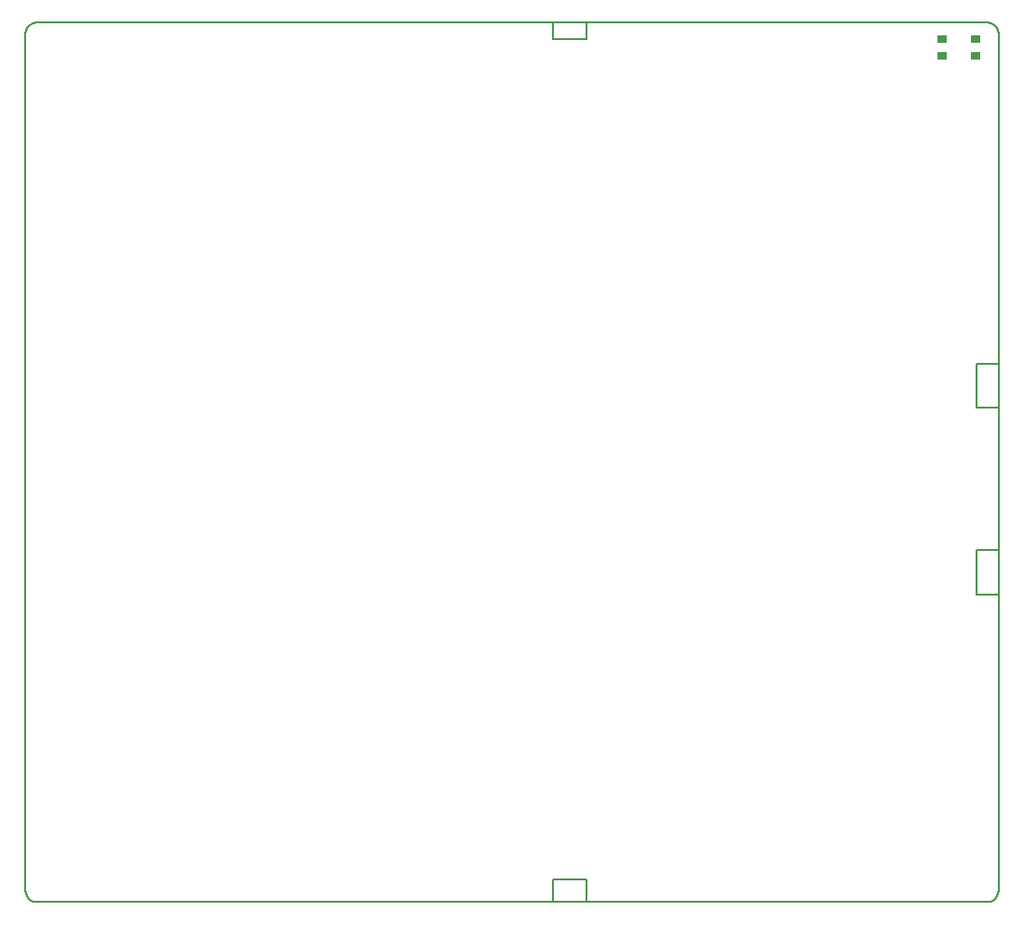
<source format=gbr>
G71*
G90*
G04 Quadcept GERBER*
%MOMM*%
%FSLAX44Y44*%
%ADD10C,0.2*%
%ADD11R,0.85X0.75*%
%ADD12R,0.85X0.75*%
G54D10*
G01X-280000Y-390000D02*
G01X-279659Y-392588D01*
G01X-279659Y-392588D02*
G01X-278660Y-395000D01*
G01X-278660Y-395000D02*
G01X-277071Y-397071D01*
G01X-277071Y-397071D02*
G01X-275000Y-398660D01*
G01X-275000Y-398660D02*
G01X-272588Y-399659D01*
G01X-272588Y-399659D02*
G01X-270000Y-400000D01*
G01X-270000Y-400000D02*
G01X-270000Y-400000D01*
G01X-270000Y-400000D02*
G01X595000Y-400000D01*
G01X595000Y-400000D02*
G01X597588Y-399659D01*
G01X597588Y-399659D02*
G01X600000Y-398660D01*
G01X600000Y-398660D02*
G01X602071Y-397071D01*
G01X602071Y-397071D02*
G01X603660Y-395000D01*
G01X603660Y-395000D02*
G01X604659Y-392588D01*
G01X604659Y-392588D02*
G01X605000Y-390000D01*
G01X605000Y-390000D02*
G01X605000Y-390000D01*
G01X605000Y-390000D02*
G01X605000Y390000D01*
G01X605000Y390000D02*
G01X604659Y392588D01*
G01X604659Y392588D02*
G01X603660Y395000D01*
G01X603660Y395000D02*
G01X602071Y397071D01*
G01X602071Y397071D02*
G01X600000Y398660D01*
G01X600000Y398660D02*
G01X597588Y399659D01*
G01X597588Y399659D02*
G01X595000Y400000D01*
G01X595000Y400000D02*
G01X595000Y400000D01*
G01X595000Y400000D02*
G01X-270000Y400000D01*
G01X-270000Y400000D02*
G01X-272588Y399659D01*
G01X-272588Y399659D02*
G01X-275000Y398660D01*
G01X-275000Y398660D02*
G01X-277071Y397071D01*
G01X-277071Y397071D02*
G01X-278660Y395000D01*
G01X-278660Y395000D02*
G01X-279659Y392588D01*
G01X-279659Y392588D02*
G01X-280000Y390000D01*
G01X-280000Y390000D02*
G01X-280000Y390000D01*
G01X-280000Y390000D02*
G01X-280000Y-390000D01*
G01X585000Y-120600D02*
G01X605000Y-120600D01*
G01X200000Y-399850D02*
G01X200000Y-379850D01*
G01X200000Y-379850D02*
G01X230000Y-379850D01*
G01X230000Y-379850D02*
G01X230000Y-399850D01*
G01X605000Y-80000D02*
G01X585000Y-80000D01*
G01X585000Y89700D02*
G01X605000Y89700D01*
G01X585000Y49700D02*
G01X585000Y89700D01*
G01X605000Y49700D02*
G01X585000Y49700D01*
G01X230000Y400000D02*
G01X230000Y385200D01*
G01X230000Y385200D02*
G01X200000Y385200D01*
G01X200000Y385200D02*
G01X200000Y400000D01*
G01X585000Y-120300D02*
G01X585000Y-80300D01*
G54D11*
X584450Y385000D03*
X584450Y370000D03*
G54D12*
X553950Y370000D03*
X553950Y385000D03*
M02*

</source>
